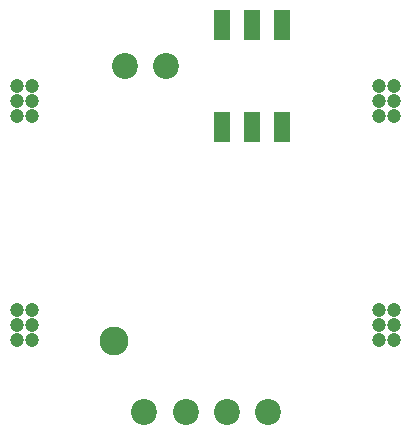
<source format=gts>
G04*
G04 #@! TF.GenerationSoftware,Altium Limited,Altium Designer,20.1.8 (145)*
G04*
G04 Layer_Color=8388736*
%FSTAX43Y43*%
%MOMM*%
G71*
G04*
G04 #@! TF.SameCoordinates,8B20E40A-8CB9-48A9-811E-0C373115A3CC*
G04*
G04*
G04 #@! TF.FilePolarity,Negative*
G04*
G01*
G75*
%ADD14R,1.330X2.640*%
%ADD15C,2.200*%
%ADD16C,1.200*%
%ADD17C,2.450*%
D14*
X0106834Y0114754D02*
D03*
X0109374D02*
D03*
X0111914D02*
D03*
Y0106154D02*
D03*
X0109374D02*
D03*
X0106834D02*
D03*
D15*
X0098599Y0111279D02*
D03*
X0102099D02*
D03*
X0103774Y0082054D02*
D03*
X0100274D02*
D03*
X0107274D02*
D03*
X0110774D02*
D03*
D16*
X0089479Y0090648D02*
D03*
X0090749D02*
D03*
X0089479Y0089378D02*
D03*
X0090749D02*
D03*
X0089479Y0088108D02*
D03*
X0090749D02*
D03*
X0089479Y0109648D02*
D03*
X0090749D02*
D03*
X0089479Y0108378D02*
D03*
X0090749D02*
D03*
X0089479Y0107108D02*
D03*
X0090749D02*
D03*
X0120149Y0090648D02*
D03*
X0121419D02*
D03*
X0120149Y0089378D02*
D03*
X0121419D02*
D03*
X0120149Y0088108D02*
D03*
X0121419D02*
D03*
X0120149Y0109648D02*
D03*
X0121419D02*
D03*
X0120149Y0108378D02*
D03*
X0121419D02*
D03*
X0120149Y0107108D02*
D03*
X0121419D02*
D03*
D17*
X0097661Y0088016D02*
D03*
M02*

</source>
